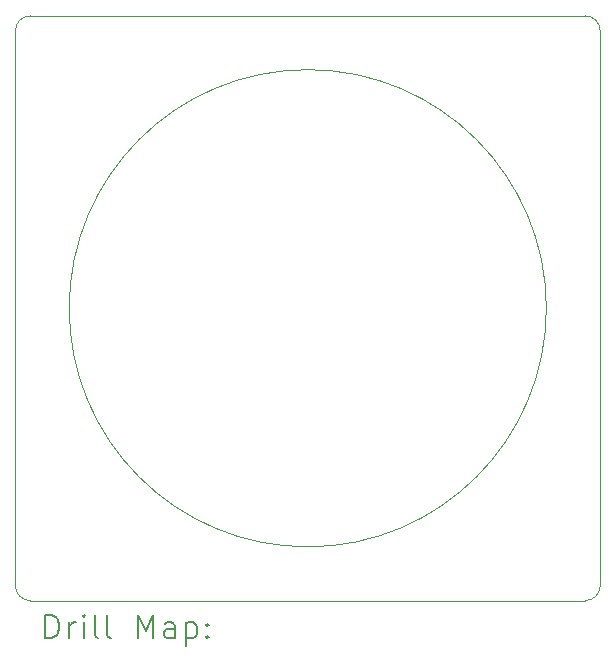
<source format=gbr>
%TF.GenerationSoftware,KiCad,Pcbnew,7.0.5*%
%TF.CreationDate,2024-08-05T01:16:22+08:00*%
%TF.ProjectId,TPS,5450532e-6b69-4636-9164-5f7063625858,rev?*%
%TF.SameCoordinates,Original*%
%TF.FileFunction,Drillmap*%
%TF.FilePolarity,Positive*%
%FSLAX45Y45*%
G04 Gerber Fmt 4.5, Leading zero omitted, Abs format (unit mm)*
G04 Created by KiCad (PCBNEW 7.0.5) date 2024-08-05 01:16:22*
%MOMM*%
%LPD*%
G01*
G04 APERTURE LIST*
%ADD10C,0.100000*%
%ADD11C,0.120000*%
%ADD12C,0.200000*%
G04 APERTURE END LIST*
D10*
X8341800Y-8044300D02*
G75*
G03*
X8341800Y-8044300I-2020000J0D01*
G01*
D11*
X8670500Y-5568600D02*
X3973100Y-5568600D01*
X3846100Y-10393000D02*
G75*
G03*
X3973100Y-10520000I127000J0D01*
G01*
X3973100Y-5568600D02*
G75*
G03*
X3846100Y-5695600I0J-127000D01*
G01*
X8797500Y-10393000D02*
X8797500Y-5695600D01*
X8670500Y-10520000D02*
X3973100Y-10520000D01*
X3846100Y-5695600D02*
X3846100Y-10393000D01*
X8670500Y-10520000D02*
G75*
G03*
X8797500Y-10393000I0J127000D01*
G01*
X8797500Y-5695600D02*
G75*
G03*
X8670500Y-5568600I-127000J0D01*
G01*
D12*
X4100877Y-10837484D02*
X4100877Y-10637484D01*
X4100877Y-10637484D02*
X4148496Y-10637484D01*
X4148496Y-10637484D02*
X4177067Y-10647008D01*
X4177067Y-10647008D02*
X4196115Y-10666055D01*
X4196115Y-10666055D02*
X4205639Y-10685103D01*
X4205639Y-10685103D02*
X4215163Y-10723198D01*
X4215163Y-10723198D02*
X4215163Y-10751770D01*
X4215163Y-10751770D02*
X4205639Y-10789865D01*
X4205639Y-10789865D02*
X4196115Y-10808912D01*
X4196115Y-10808912D02*
X4177067Y-10827960D01*
X4177067Y-10827960D02*
X4148496Y-10837484D01*
X4148496Y-10837484D02*
X4100877Y-10837484D01*
X4300877Y-10837484D02*
X4300877Y-10704150D01*
X4300877Y-10742246D02*
X4310401Y-10723198D01*
X4310401Y-10723198D02*
X4319924Y-10713674D01*
X4319924Y-10713674D02*
X4338972Y-10704150D01*
X4338972Y-10704150D02*
X4358020Y-10704150D01*
X4424686Y-10837484D02*
X4424686Y-10704150D01*
X4424686Y-10637484D02*
X4415163Y-10647008D01*
X4415163Y-10647008D02*
X4424686Y-10656531D01*
X4424686Y-10656531D02*
X4434210Y-10647008D01*
X4434210Y-10647008D02*
X4424686Y-10637484D01*
X4424686Y-10637484D02*
X4424686Y-10656531D01*
X4548496Y-10837484D02*
X4529448Y-10827960D01*
X4529448Y-10827960D02*
X4519924Y-10808912D01*
X4519924Y-10808912D02*
X4519924Y-10637484D01*
X4653258Y-10837484D02*
X4634210Y-10827960D01*
X4634210Y-10827960D02*
X4624686Y-10808912D01*
X4624686Y-10808912D02*
X4624686Y-10637484D01*
X4881829Y-10837484D02*
X4881829Y-10637484D01*
X4881829Y-10637484D02*
X4948496Y-10780341D01*
X4948496Y-10780341D02*
X5015163Y-10637484D01*
X5015163Y-10637484D02*
X5015163Y-10837484D01*
X5196115Y-10837484D02*
X5196115Y-10732722D01*
X5196115Y-10732722D02*
X5186591Y-10713674D01*
X5186591Y-10713674D02*
X5167544Y-10704150D01*
X5167544Y-10704150D02*
X5129448Y-10704150D01*
X5129448Y-10704150D02*
X5110401Y-10713674D01*
X5196115Y-10827960D02*
X5177067Y-10837484D01*
X5177067Y-10837484D02*
X5129448Y-10837484D01*
X5129448Y-10837484D02*
X5110401Y-10827960D01*
X5110401Y-10827960D02*
X5100877Y-10808912D01*
X5100877Y-10808912D02*
X5100877Y-10789865D01*
X5100877Y-10789865D02*
X5110401Y-10770817D01*
X5110401Y-10770817D02*
X5129448Y-10761293D01*
X5129448Y-10761293D02*
X5177067Y-10761293D01*
X5177067Y-10761293D02*
X5196115Y-10751770D01*
X5291353Y-10704150D02*
X5291353Y-10904150D01*
X5291353Y-10713674D02*
X5310401Y-10704150D01*
X5310401Y-10704150D02*
X5348496Y-10704150D01*
X5348496Y-10704150D02*
X5367544Y-10713674D01*
X5367544Y-10713674D02*
X5377067Y-10723198D01*
X5377067Y-10723198D02*
X5386591Y-10742246D01*
X5386591Y-10742246D02*
X5386591Y-10799389D01*
X5386591Y-10799389D02*
X5377067Y-10818436D01*
X5377067Y-10818436D02*
X5367544Y-10827960D01*
X5367544Y-10827960D02*
X5348496Y-10837484D01*
X5348496Y-10837484D02*
X5310401Y-10837484D01*
X5310401Y-10837484D02*
X5291353Y-10827960D01*
X5472305Y-10818436D02*
X5481829Y-10827960D01*
X5481829Y-10827960D02*
X5472305Y-10837484D01*
X5472305Y-10837484D02*
X5462782Y-10827960D01*
X5462782Y-10827960D02*
X5472305Y-10818436D01*
X5472305Y-10818436D02*
X5472305Y-10837484D01*
X5472305Y-10713674D02*
X5481829Y-10723198D01*
X5481829Y-10723198D02*
X5472305Y-10732722D01*
X5472305Y-10732722D02*
X5462782Y-10723198D01*
X5462782Y-10723198D02*
X5472305Y-10713674D01*
X5472305Y-10713674D02*
X5472305Y-10732722D01*
M02*

</source>
